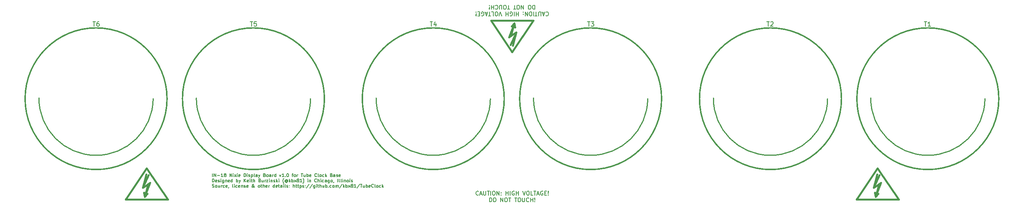
<source format=gbr>
G04 #@! TF.GenerationSoftware,KiCad,Pcbnew,(5.1.0-0)*
G04 #@! TF.CreationDate,2019-05-22T01:12:31-05:00*
G04 #@! TF.ProjectId,IN-18,494e2d31-382e-46b6-9963-61645f706362,rev?*
G04 #@! TF.SameCoordinates,Original*
G04 #@! TF.FileFunction,Legend,Top*
G04 #@! TF.FilePolarity,Positive*
%FSLAX46Y46*%
G04 Gerber Fmt 4.6, Leading zero omitted, Abs format (unit mm)*
G04 Created by KiCad (PCBNEW (5.1.0-0)) date 2019-05-22 01:12:31*
%MOMM*%
%LPD*%
G04 APERTURE LIST*
%ADD10C,0.152400*%
%ADD11C,0.127000*%
%ADD12C,0.254000*%
%ADD13C,0.381000*%
%ADD14C,0.150000*%
G04 APERTURE END LIST*
D10*
X156256566Y-79140050D02*
X156298900Y-79097716D01*
X156425900Y-79055383D01*
X156510566Y-79055383D01*
X156637566Y-79097716D01*
X156722233Y-79182383D01*
X156764566Y-79267050D01*
X156806900Y-79436383D01*
X156806900Y-79563383D01*
X156764566Y-79732716D01*
X156722233Y-79817383D01*
X156637566Y-79902050D01*
X156510566Y-79944383D01*
X156425900Y-79944383D01*
X156298900Y-79902050D01*
X156256566Y-79859716D01*
X155917900Y-79309383D02*
X155494566Y-79309383D01*
X156002566Y-79055383D02*
X155706233Y-79944383D01*
X155409900Y-79055383D01*
X155113566Y-79944383D02*
X155113566Y-79224716D01*
X155071233Y-79140050D01*
X155028900Y-79097716D01*
X154944233Y-79055383D01*
X154774900Y-79055383D01*
X154690233Y-79097716D01*
X154647900Y-79140050D01*
X154605566Y-79224716D01*
X154605566Y-79944383D01*
X154309233Y-79944383D02*
X153801233Y-79944383D01*
X154055233Y-79055383D02*
X154055233Y-79944383D01*
X153504900Y-79055383D02*
X153504900Y-79944383D01*
X152912233Y-79944383D02*
X152742900Y-79944383D01*
X152658233Y-79902050D01*
X152573566Y-79817383D01*
X152531233Y-79648050D01*
X152531233Y-79351716D01*
X152573566Y-79182383D01*
X152658233Y-79097716D01*
X152742900Y-79055383D01*
X152912233Y-79055383D01*
X152996900Y-79097716D01*
X153081566Y-79182383D01*
X153123900Y-79351716D01*
X153123900Y-79648050D01*
X153081566Y-79817383D01*
X152996900Y-79902050D01*
X152912233Y-79944383D01*
X152150233Y-79055383D02*
X152150233Y-79944383D01*
X151642233Y-79055383D01*
X151642233Y-79944383D01*
X151218900Y-79140050D02*
X151176566Y-79097716D01*
X151218900Y-79055383D01*
X151261233Y-79097716D01*
X151218900Y-79140050D01*
X151218900Y-79055383D01*
X151218900Y-79605716D02*
X151176566Y-79563383D01*
X151218900Y-79521050D01*
X151261233Y-79563383D01*
X151218900Y-79605716D01*
X151218900Y-79521050D01*
X150118233Y-79055383D02*
X150118233Y-79944383D01*
X150118233Y-79521050D02*
X149610233Y-79521050D01*
X149610233Y-79055383D02*
X149610233Y-79944383D01*
X149186900Y-79055383D02*
X149186900Y-79944383D01*
X148297900Y-79902050D02*
X148382566Y-79944383D01*
X148509566Y-79944383D01*
X148636566Y-79902050D01*
X148721233Y-79817383D01*
X148763566Y-79732716D01*
X148805900Y-79563383D01*
X148805900Y-79436383D01*
X148763566Y-79267050D01*
X148721233Y-79182383D01*
X148636566Y-79097716D01*
X148509566Y-79055383D01*
X148424900Y-79055383D01*
X148297900Y-79097716D01*
X148255566Y-79140050D01*
X148255566Y-79436383D01*
X148424900Y-79436383D01*
X147874566Y-79055383D02*
X147874566Y-79944383D01*
X147874566Y-79521050D02*
X147366566Y-79521050D01*
X147366566Y-79055383D02*
X147366566Y-79944383D01*
X146392900Y-79944383D02*
X146096566Y-79055383D01*
X145800233Y-79944383D01*
X145334566Y-79944383D02*
X145165233Y-79944383D01*
X145080566Y-79902050D01*
X144995900Y-79817383D01*
X144953566Y-79648050D01*
X144953566Y-79351716D01*
X144995900Y-79182383D01*
X145080566Y-79097716D01*
X145165233Y-79055383D01*
X145334566Y-79055383D01*
X145419233Y-79097716D01*
X145503900Y-79182383D01*
X145546233Y-79351716D01*
X145546233Y-79648050D01*
X145503900Y-79817383D01*
X145419233Y-79902050D01*
X145334566Y-79944383D01*
X144149233Y-79055383D02*
X144572566Y-79055383D01*
X144572566Y-79944383D01*
X143979900Y-79944383D02*
X143471900Y-79944383D01*
X143725900Y-79055383D02*
X143725900Y-79944383D01*
X143217900Y-79309383D02*
X142794566Y-79309383D01*
X143302566Y-79055383D02*
X143006233Y-79944383D01*
X142709900Y-79055383D01*
X141947900Y-79902050D02*
X142032566Y-79944383D01*
X142159566Y-79944383D01*
X142286566Y-79902050D01*
X142371233Y-79817383D01*
X142413566Y-79732716D01*
X142455900Y-79563383D01*
X142455900Y-79436383D01*
X142413566Y-79267050D01*
X142371233Y-79182383D01*
X142286566Y-79097716D01*
X142159566Y-79055383D01*
X142074900Y-79055383D01*
X141947900Y-79097716D01*
X141905566Y-79140050D01*
X141905566Y-79436383D01*
X142074900Y-79436383D01*
X141524566Y-79521050D02*
X141228233Y-79521050D01*
X141101233Y-79055383D02*
X141524566Y-79055383D01*
X141524566Y-79944383D01*
X141101233Y-79944383D01*
X140720233Y-79140050D02*
X140677900Y-79097716D01*
X140720233Y-79055383D01*
X140762566Y-79097716D01*
X140720233Y-79140050D01*
X140720233Y-79055383D01*
X140720233Y-79394050D02*
X140762566Y-79902050D01*
X140720233Y-79944383D01*
X140677900Y-79902050D01*
X140720233Y-79394050D01*
X140720233Y-79944383D01*
X153780066Y-77569483D02*
X153780066Y-78458483D01*
X153568400Y-78458483D01*
X153441400Y-78416150D01*
X153356733Y-78331483D01*
X153314400Y-78246816D01*
X153272066Y-78077483D01*
X153272066Y-77950483D01*
X153314400Y-77781150D01*
X153356733Y-77696483D01*
X153441400Y-77611816D01*
X153568400Y-77569483D01*
X153780066Y-77569483D01*
X152721733Y-78458483D02*
X152552400Y-78458483D01*
X152467733Y-78416150D01*
X152383066Y-78331483D01*
X152340733Y-78162150D01*
X152340733Y-77865816D01*
X152383066Y-77696483D01*
X152467733Y-77611816D01*
X152552400Y-77569483D01*
X152721733Y-77569483D01*
X152806400Y-77611816D01*
X152891066Y-77696483D01*
X152933400Y-77865816D01*
X152933400Y-78162150D01*
X152891066Y-78331483D01*
X152806400Y-78416150D01*
X152721733Y-78458483D01*
X151282400Y-77569483D02*
X151282400Y-78458483D01*
X150774400Y-77569483D01*
X150774400Y-78458483D01*
X150181733Y-78458483D02*
X150012400Y-78458483D01*
X149927733Y-78416150D01*
X149843066Y-78331483D01*
X149800733Y-78162150D01*
X149800733Y-77865816D01*
X149843066Y-77696483D01*
X149927733Y-77611816D01*
X150012400Y-77569483D01*
X150181733Y-77569483D01*
X150266400Y-77611816D01*
X150351066Y-77696483D01*
X150393400Y-77865816D01*
X150393400Y-78162150D01*
X150351066Y-78331483D01*
X150266400Y-78416150D01*
X150181733Y-78458483D01*
X149546733Y-78458483D02*
X149038733Y-78458483D01*
X149292733Y-77569483D02*
X149292733Y-78458483D01*
X148192066Y-78458483D02*
X147684066Y-78458483D01*
X147938066Y-77569483D02*
X147938066Y-78458483D01*
X147218400Y-78458483D02*
X147049066Y-78458483D01*
X146964400Y-78416150D01*
X146879733Y-78331483D01*
X146837400Y-78162150D01*
X146837400Y-77865816D01*
X146879733Y-77696483D01*
X146964400Y-77611816D01*
X147049066Y-77569483D01*
X147218400Y-77569483D01*
X147303066Y-77611816D01*
X147387733Y-77696483D01*
X147430066Y-77865816D01*
X147430066Y-78162150D01*
X147387733Y-78331483D01*
X147303066Y-78416150D01*
X147218400Y-78458483D01*
X146456400Y-78458483D02*
X146456400Y-77738816D01*
X146414066Y-77654150D01*
X146371733Y-77611816D01*
X146287066Y-77569483D01*
X146117733Y-77569483D01*
X146033066Y-77611816D01*
X145990733Y-77654150D01*
X145948400Y-77738816D01*
X145948400Y-78458483D01*
X145017066Y-77654150D02*
X145059400Y-77611816D01*
X145186400Y-77569483D01*
X145271066Y-77569483D01*
X145398066Y-77611816D01*
X145482733Y-77696483D01*
X145525066Y-77781150D01*
X145567400Y-77950483D01*
X145567400Y-78077483D01*
X145525066Y-78246816D01*
X145482733Y-78331483D01*
X145398066Y-78416150D01*
X145271066Y-78458483D01*
X145186400Y-78458483D01*
X145059400Y-78416150D01*
X145017066Y-78373816D01*
X144636066Y-77569483D02*
X144636066Y-78458483D01*
X144636066Y-78035150D02*
X144128066Y-78035150D01*
X144128066Y-77569483D02*
X144128066Y-78458483D01*
X143704733Y-77654150D02*
X143662400Y-77611816D01*
X143704733Y-77569483D01*
X143747066Y-77611816D01*
X143704733Y-77654150D01*
X143704733Y-77569483D01*
X143704733Y-77908150D02*
X143747066Y-78416150D01*
X143704733Y-78458483D01*
X143662400Y-78416150D01*
X143704733Y-77908150D01*
X143704733Y-78458483D01*
X141228233Y-119818150D02*
X141185900Y-119860483D01*
X141058900Y-119902816D01*
X140974233Y-119902816D01*
X140847233Y-119860483D01*
X140762566Y-119775816D01*
X140720233Y-119691150D01*
X140677900Y-119521816D01*
X140677900Y-119394816D01*
X140720233Y-119225483D01*
X140762566Y-119140816D01*
X140847233Y-119056150D01*
X140974233Y-119013816D01*
X141058900Y-119013816D01*
X141185900Y-119056150D01*
X141228233Y-119098483D01*
X141566900Y-119648816D02*
X141990233Y-119648816D01*
X141482233Y-119902816D02*
X141778566Y-119013816D01*
X142074900Y-119902816D01*
X142371233Y-119013816D02*
X142371233Y-119733483D01*
X142413566Y-119818150D01*
X142455900Y-119860483D01*
X142540566Y-119902816D01*
X142709900Y-119902816D01*
X142794566Y-119860483D01*
X142836900Y-119818150D01*
X142879233Y-119733483D01*
X142879233Y-119013816D01*
X143175566Y-119013816D02*
X143683566Y-119013816D01*
X143429566Y-119902816D02*
X143429566Y-119013816D01*
X143979900Y-119902816D02*
X143979900Y-119013816D01*
X144572566Y-119013816D02*
X144741900Y-119013816D01*
X144826566Y-119056150D01*
X144911233Y-119140816D01*
X144953566Y-119310150D01*
X144953566Y-119606483D01*
X144911233Y-119775816D01*
X144826566Y-119860483D01*
X144741900Y-119902816D01*
X144572566Y-119902816D01*
X144487900Y-119860483D01*
X144403233Y-119775816D01*
X144360900Y-119606483D01*
X144360900Y-119310150D01*
X144403233Y-119140816D01*
X144487900Y-119056150D01*
X144572566Y-119013816D01*
X145334566Y-119902816D02*
X145334566Y-119013816D01*
X145842566Y-119902816D01*
X145842566Y-119013816D01*
X146265900Y-119818150D02*
X146308233Y-119860483D01*
X146265900Y-119902816D01*
X146223566Y-119860483D01*
X146265900Y-119818150D01*
X146265900Y-119902816D01*
X146265900Y-119352483D02*
X146308233Y-119394816D01*
X146265900Y-119437150D01*
X146223566Y-119394816D01*
X146265900Y-119352483D01*
X146265900Y-119437150D01*
X147366566Y-119902816D02*
X147366566Y-119013816D01*
X147366566Y-119437150D02*
X147874566Y-119437150D01*
X147874566Y-119902816D02*
X147874566Y-119013816D01*
X148297900Y-119902816D02*
X148297900Y-119013816D01*
X149186900Y-119056150D02*
X149102233Y-119013816D01*
X148975233Y-119013816D01*
X148848233Y-119056150D01*
X148763566Y-119140816D01*
X148721233Y-119225483D01*
X148678900Y-119394816D01*
X148678900Y-119521816D01*
X148721233Y-119691150D01*
X148763566Y-119775816D01*
X148848233Y-119860483D01*
X148975233Y-119902816D01*
X149059900Y-119902816D01*
X149186900Y-119860483D01*
X149229233Y-119818150D01*
X149229233Y-119521816D01*
X149059900Y-119521816D01*
X149610233Y-119902816D02*
X149610233Y-119013816D01*
X149610233Y-119437150D02*
X150118233Y-119437150D01*
X150118233Y-119902816D02*
X150118233Y-119013816D01*
X151091900Y-119013816D02*
X151388233Y-119902816D01*
X151684566Y-119013816D01*
X152150233Y-119013816D02*
X152319566Y-119013816D01*
X152404233Y-119056150D01*
X152488900Y-119140816D01*
X152531233Y-119310150D01*
X152531233Y-119606483D01*
X152488900Y-119775816D01*
X152404233Y-119860483D01*
X152319566Y-119902816D01*
X152150233Y-119902816D01*
X152065566Y-119860483D01*
X151980900Y-119775816D01*
X151938566Y-119606483D01*
X151938566Y-119310150D01*
X151980900Y-119140816D01*
X152065566Y-119056150D01*
X152150233Y-119013816D01*
X153335566Y-119902816D02*
X152912233Y-119902816D01*
X152912233Y-119013816D01*
X153504900Y-119013816D02*
X154012900Y-119013816D01*
X153758900Y-119902816D02*
X153758900Y-119013816D01*
X154266900Y-119648816D02*
X154690233Y-119648816D01*
X154182233Y-119902816D02*
X154478566Y-119013816D01*
X154774900Y-119902816D01*
X155536900Y-119056150D02*
X155452233Y-119013816D01*
X155325233Y-119013816D01*
X155198233Y-119056150D01*
X155113566Y-119140816D01*
X155071233Y-119225483D01*
X155028900Y-119394816D01*
X155028900Y-119521816D01*
X155071233Y-119691150D01*
X155113566Y-119775816D01*
X155198233Y-119860483D01*
X155325233Y-119902816D01*
X155409900Y-119902816D01*
X155536900Y-119860483D01*
X155579233Y-119818150D01*
X155579233Y-119521816D01*
X155409900Y-119521816D01*
X155960233Y-119437150D02*
X156256566Y-119437150D01*
X156383566Y-119902816D02*
X155960233Y-119902816D01*
X155960233Y-119013816D01*
X156383566Y-119013816D01*
X156764566Y-119818150D02*
X156806900Y-119860483D01*
X156764566Y-119902816D01*
X156722233Y-119860483D01*
X156764566Y-119818150D01*
X156764566Y-119902816D01*
X156764566Y-119564150D02*
X156722233Y-119056150D01*
X156764566Y-119013816D01*
X156806900Y-119056150D01*
X156764566Y-119564150D01*
X156764566Y-119013816D01*
X143704733Y-121388716D02*
X143704733Y-120499716D01*
X143916400Y-120499716D01*
X144043400Y-120542050D01*
X144128066Y-120626716D01*
X144170400Y-120711383D01*
X144212733Y-120880716D01*
X144212733Y-121007716D01*
X144170400Y-121177050D01*
X144128066Y-121261716D01*
X144043400Y-121346383D01*
X143916400Y-121388716D01*
X143704733Y-121388716D01*
X144763066Y-120499716D02*
X144932400Y-120499716D01*
X145017066Y-120542050D01*
X145101733Y-120626716D01*
X145144066Y-120796050D01*
X145144066Y-121092383D01*
X145101733Y-121261716D01*
X145017066Y-121346383D01*
X144932400Y-121388716D01*
X144763066Y-121388716D01*
X144678400Y-121346383D01*
X144593733Y-121261716D01*
X144551400Y-121092383D01*
X144551400Y-120796050D01*
X144593733Y-120626716D01*
X144678400Y-120542050D01*
X144763066Y-120499716D01*
X146202400Y-121388716D02*
X146202400Y-120499716D01*
X146710400Y-121388716D01*
X146710400Y-120499716D01*
X147303066Y-120499716D02*
X147472400Y-120499716D01*
X147557066Y-120542050D01*
X147641733Y-120626716D01*
X147684066Y-120796050D01*
X147684066Y-121092383D01*
X147641733Y-121261716D01*
X147557066Y-121346383D01*
X147472400Y-121388716D01*
X147303066Y-121388716D01*
X147218400Y-121346383D01*
X147133733Y-121261716D01*
X147091400Y-121092383D01*
X147091400Y-120796050D01*
X147133733Y-120626716D01*
X147218400Y-120542050D01*
X147303066Y-120499716D01*
X147938066Y-120499716D02*
X148446066Y-120499716D01*
X148192066Y-121388716D02*
X148192066Y-120499716D01*
X149292733Y-120499716D02*
X149800733Y-120499716D01*
X149546733Y-121388716D02*
X149546733Y-120499716D01*
X150266400Y-120499716D02*
X150435733Y-120499716D01*
X150520400Y-120542050D01*
X150605066Y-120626716D01*
X150647400Y-120796050D01*
X150647400Y-121092383D01*
X150605066Y-121261716D01*
X150520400Y-121346383D01*
X150435733Y-121388716D01*
X150266400Y-121388716D01*
X150181733Y-121346383D01*
X150097066Y-121261716D01*
X150054733Y-121092383D01*
X150054733Y-120796050D01*
X150097066Y-120626716D01*
X150181733Y-120542050D01*
X150266400Y-120499716D01*
X151028400Y-120499716D02*
X151028400Y-121219383D01*
X151070733Y-121304050D01*
X151113066Y-121346383D01*
X151197733Y-121388716D01*
X151367066Y-121388716D01*
X151451733Y-121346383D01*
X151494066Y-121304050D01*
X151536400Y-121219383D01*
X151536400Y-120499716D01*
X152467733Y-121304050D02*
X152425400Y-121346383D01*
X152298400Y-121388716D01*
X152213733Y-121388716D01*
X152086733Y-121346383D01*
X152002066Y-121261716D01*
X151959733Y-121177050D01*
X151917400Y-121007716D01*
X151917400Y-120880716D01*
X151959733Y-120711383D01*
X152002066Y-120626716D01*
X152086733Y-120542050D01*
X152213733Y-120499716D01*
X152298400Y-120499716D01*
X152425400Y-120542050D01*
X152467733Y-120584383D01*
X152848733Y-121388716D02*
X152848733Y-120499716D01*
X152848733Y-120923050D02*
X153356733Y-120923050D01*
X153356733Y-121388716D02*
X153356733Y-120499716D01*
X153780066Y-121304050D02*
X153822400Y-121346383D01*
X153780066Y-121388716D01*
X153737733Y-121346383D01*
X153780066Y-121304050D01*
X153780066Y-121388716D01*
X153780066Y-121050050D02*
X153737733Y-120542050D01*
X153780066Y-120499716D01*
X153822400Y-120542050D01*
X153780066Y-121050050D01*
X153780066Y-120499716D01*
D11*
X82065283Y-115815533D02*
X82065283Y-115104333D01*
X82403950Y-115815533D02*
X82403950Y-115104333D01*
X82810350Y-115815533D01*
X82810350Y-115104333D01*
X83149016Y-115544600D02*
X83690883Y-115544600D01*
X84402083Y-115815533D02*
X83995683Y-115815533D01*
X84198883Y-115815533D02*
X84198883Y-115104333D01*
X84131150Y-115205933D01*
X84063416Y-115273666D01*
X83995683Y-115307533D01*
X84808483Y-115409133D02*
X84740750Y-115375266D01*
X84706883Y-115341400D01*
X84673016Y-115273666D01*
X84673016Y-115239800D01*
X84706883Y-115172066D01*
X84740750Y-115138200D01*
X84808483Y-115104333D01*
X84943950Y-115104333D01*
X85011683Y-115138200D01*
X85045550Y-115172066D01*
X85079416Y-115239800D01*
X85079416Y-115273666D01*
X85045550Y-115341400D01*
X85011683Y-115375266D01*
X84943950Y-115409133D01*
X84808483Y-115409133D01*
X84740750Y-115443000D01*
X84706883Y-115476866D01*
X84673016Y-115544600D01*
X84673016Y-115680066D01*
X84706883Y-115747800D01*
X84740750Y-115781666D01*
X84808483Y-115815533D01*
X84943950Y-115815533D01*
X85011683Y-115781666D01*
X85045550Y-115747800D01*
X85079416Y-115680066D01*
X85079416Y-115544600D01*
X85045550Y-115476866D01*
X85011683Y-115443000D01*
X84943950Y-115409133D01*
X85926083Y-115815533D02*
X85926083Y-115104333D01*
X86332483Y-115815533D01*
X86332483Y-115104333D01*
X86671150Y-115815533D02*
X86671150Y-115341400D01*
X86671150Y-115104333D02*
X86637283Y-115138200D01*
X86671150Y-115172066D01*
X86705016Y-115138200D01*
X86671150Y-115104333D01*
X86671150Y-115172066D01*
X86942083Y-115815533D02*
X87314616Y-115341400D01*
X86942083Y-115341400D02*
X87314616Y-115815533D01*
X87585550Y-115815533D02*
X87585550Y-115341400D01*
X87585550Y-115104333D02*
X87551683Y-115138200D01*
X87585550Y-115172066D01*
X87619416Y-115138200D01*
X87585550Y-115104333D01*
X87585550Y-115172066D01*
X88195150Y-115781666D02*
X88127416Y-115815533D01*
X87991950Y-115815533D01*
X87924216Y-115781666D01*
X87890350Y-115713933D01*
X87890350Y-115443000D01*
X87924216Y-115375266D01*
X87991950Y-115341400D01*
X88127416Y-115341400D01*
X88195150Y-115375266D01*
X88229016Y-115443000D01*
X88229016Y-115510733D01*
X87890350Y-115578466D01*
X89075683Y-115815533D02*
X89075683Y-115104333D01*
X89245016Y-115104333D01*
X89346616Y-115138200D01*
X89414350Y-115205933D01*
X89448216Y-115273666D01*
X89482083Y-115409133D01*
X89482083Y-115510733D01*
X89448216Y-115646200D01*
X89414350Y-115713933D01*
X89346616Y-115781666D01*
X89245016Y-115815533D01*
X89075683Y-115815533D01*
X89786883Y-115815533D02*
X89786883Y-115341400D01*
X89786883Y-115104333D02*
X89753016Y-115138200D01*
X89786883Y-115172066D01*
X89820750Y-115138200D01*
X89786883Y-115104333D01*
X89786883Y-115172066D01*
X90091683Y-115781666D02*
X90159416Y-115815533D01*
X90294883Y-115815533D01*
X90362616Y-115781666D01*
X90396483Y-115713933D01*
X90396483Y-115680066D01*
X90362616Y-115612333D01*
X90294883Y-115578466D01*
X90193283Y-115578466D01*
X90125550Y-115544600D01*
X90091683Y-115476866D01*
X90091683Y-115443000D01*
X90125550Y-115375266D01*
X90193283Y-115341400D01*
X90294883Y-115341400D01*
X90362616Y-115375266D01*
X90701283Y-115341400D02*
X90701283Y-116052600D01*
X90701283Y-115375266D02*
X90769016Y-115341400D01*
X90904483Y-115341400D01*
X90972216Y-115375266D01*
X91006083Y-115409133D01*
X91039950Y-115476866D01*
X91039950Y-115680066D01*
X91006083Y-115747800D01*
X90972216Y-115781666D01*
X90904483Y-115815533D01*
X90769016Y-115815533D01*
X90701283Y-115781666D01*
X91446350Y-115815533D02*
X91378616Y-115781666D01*
X91344750Y-115713933D01*
X91344750Y-115104333D01*
X92022083Y-115815533D02*
X92022083Y-115443000D01*
X91988216Y-115375266D01*
X91920483Y-115341400D01*
X91785016Y-115341400D01*
X91717283Y-115375266D01*
X92022083Y-115781666D02*
X91954350Y-115815533D01*
X91785016Y-115815533D01*
X91717283Y-115781666D01*
X91683416Y-115713933D01*
X91683416Y-115646200D01*
X91717283Y-115578466D01*
X91785016Y-115544600D01*
X91954350Y-115544600D01*
X92022083Y-115510733D01*
X92293016Y-115341400D02*
X92462350Y-115815533D01*
X92631683Y-115341400D02*
X92462350Y-115815533D01*
X92394616Y-115984866D01*
X92360750Y-116018733D01*
X92293016Y-116052600D01*
X93681550Y-115443000D02*
X93783150Y-115476866D01*
X93817016Y-115510733D01*
X93850883Y-115578466D01*
X93850883Y-115680066D01*
X93817016Y-115747800D01*
X93783150Y-115781666D01*
X93715416Y-115815533D01*
X93444483Y-115815533D01*
X93444483Y-115104333D01*
X93681550Y-115104333D01*
X93749283Y-115138200D01*
X93783150Y-115172066D01*
X93817016Y-115239800D01*
X93817016Y-115307533D01*
X93783150Y-115375266D01*
X93749283Y-115409133D01*
X93681550Y-115443000D01*
X93444483Y-115443000D01*
X94257283Y-115815533D02*
X94189550Y-115781666D01*
X94155683Y-115747800D01*
X94121816Y-115680066D01*
X94121816Y-115476866D01*
X94155683Y-115409133D01*
X94189550Y-115375266D01*
X94257283Y-115341400D01*
X94358883Y-115341400D01*
X94426616Y-115375266D01*
X94460483Y-115409133D01*
X94494350Y-115476866D01*
X94494350Y-115680066D01*
X94460483Y-115747800D01*
X94426616Y-115781666D01*
X94358883Y-115815533D01*
X94257283Y-115815533D01*
X95103950Y-115815533D02*
X95103950Y-115443000D01*
X95070083Y-115375266D01*
X95002350Y-115341400D01*
X94866883Y-115341400D01*
X94799150Y-115375266D01*
X95103950Y-115781666D02*
X95036216Y-115815533D01*
X94866883Y-115815533D01*
X94799150Y-115781666D01*
X94765283Y-115713933D01*
X94765283Y-115646200D01*
X94799150Y-115578466D01*
X94866883Y-115544600D01*
X95036216Y-115544600D01*
X95103950Y-115510733D01*
X95442616Y-115815533D02*
X95442616Y-115341400D01*
X95442616Y-115476866D02*
X95476483Y-115409133D01*
X95510350Y-115375266D01*
X95578083Y-115341400D01*
X95645816Y-115341400D01*
X96187683Y-115815533D02*
X96187683Y-115104333D01*
X96187683Y-115781666D02*
X96119950Y-115815533D01*
X95984483Y-115815533D01*
X95916750Y-115781666D01*
X95882883Y-115747800D01*
X95849016Y-115680066D01*
X95849016Y-115476866D01*
X95882883Y-115409133D01*
X95916750Y-115375266D01*
X95984483Y-115341400D01*
X96119950Y-115341400D01*
X96187683Y-115375266D01*
X97000483Y-115341400D02*
X97169816Y-115815533D01*
X97339150Y-115341400D01*
X97982616Y-115815533D02*
X97576216Y-115815533D01*
X97779416Y-115815533D02*
X97779416Y-115104333D01*
X97711683Y-115205933D01*
X97643950Y-115273666D01*
X97576216Y-115307533D01*
X98287416Y-115747800D02*
X98321283Y-115781666D01*
X98287416Y-115815533D01*
X98253550Y-115781666D01*
X98287416Y-115747800D01*
X98287416Y-115815533D01*
X98761550Y-115104333D02*
X98829283Y-115104333D01*
X98897016Y-115138200D01*
X98930883Y-115172066D01*
X98964750Y-115239800D01*
X98998616Y-115375266D01*
X98998616Y-115544600D01*
X98964750Y-115680066D01*
X98930883Y-115747800D01*
X98897016Y-115781666D01*
X98829283Y-115815533D01*
X98761550Y-115815533D01*
X98693816Y-115781666D01*
X98659950Y-115747800D01*
X98626083Y-115680066D01*
X98592216Y-115544600D01*
X98592216Y-115375266D01*
X98626083Y-115239800D01*
X98659950Y-115172066D01*
X98693816Y-115138200D01*
X98761550Y-115104333D01*
X99743683Y-115341400D02*
X100014616Y-115341400D01*
X99845283Y-115815533D02*
X99845283Y-115205933D01*
X99879150Y-115138200D01*
X99946883Y-115104333D01*
X100014616Y-115104333D01*
X100353283Y-115815533D02*
X100285550Y-115781666D01*
X100251683Y-115747800D01*
X100217816Y-115680066D01*
X100217816Y-115476866D01*
X100251683Y-115409133D01*
X100285550Y-115375266D01*
X100353283Y-115341400D01*
X100454883Y-115341400D01*
X100522616Y-115375266D01*
X100556483Y-115409133D01*
X100590350Y-115476866D01*
X100590350Y-115680066D01*
X100556483Y-115747800D01*
X100522616Y-115781666D01*
X100454883Y-115815533D01*
X100353283Y-115815533D01*
X100895150Y-115815533D02*
X100895150Y-115341400D01*
X100895150Y-115476866D02*
X100929016Y-115409133D01*
X100962883Y-115375266D01*
X101030616Y-115341400D01*
X101098350Y-115341400D01*
X101775683Y-115104333D02*
X102182083Y-115104333D01*
X101978883Y-115815533D02*
X101978883Y-115104333D01*
X102723950Y-115341400D02*
X102723950Y-115815533D01*
X102419150Y-115341400D02*
X102419150Y-115713933D01*
X102453016Y-115781666D01*
X102520750Y-115815533D01*
X102622350Y-115815533D01*
X102690083Y-115781666D01*
X102723950Y-115747800D01*
X103062616Y-115815533D02*
X103062616Y-115104333D01*
X103062616Y-115375266D02*
X103130350Y-115341400D01*
X103265816Y-115341400D01*
X103333550Y-115375266D01*
X103367416Y-115409133D01*
X103401283Y-115476866D01*
X103401283Y-115680066D01*
X103367416Y-115747800D01*
X103333550Y-115781666D01*
X103265816Y-115815533D01*
X103130350Y-115815533D01*
X103062616Y-115781666D01*
X103977016Y-115781666D02*
X103909283Y-115815533D01*
X103773816Y-115815533D01*
X103706083Y-115781666D01*
X103672216Y-115713933D01*
X103672216Y-115443000D01*
X103706083Y-115375266D01*
X103773816Y-115341400D01*
X103909283Y-115341400D01*
X103977016Y-115375266D01*
X104010883Y-115443000D01*
X104010883Y-115510733D01*
X103672216Y-115578466D01*
X105263950Y-115747800D02*
X105230083Y-115781666D01*
X105128483Y-115815533D01*
X105060750Y-115815533D01*
X104959150Y-115781666D01*
X104891416Y-115713933D01*
X104857550Y-115646200D01*
X104823683Y-115510733D01*
X104823683Y-115409133D01*
X104857550Y-115273666D01*
X104891416Y-115205933D01*
X104959150Y-115138200D01*
X105060750Y-115104333D01*
X105128483Y-115104333D01*
X105230083Y-115138200D01*
X105263950Y-115172066D01*
X105670350Y-115815533D02*
X105602616Y-115781666D01*
X105568750Y-115713933D01*
X105568750Y-115104333D01*
X106042883Y-115815533D02*
X105975150Y-115781666D01*
X105941283Y-115747800D01*
X105907416Y-115680066D01*
X105907416Y-115476866D01*
X105941283Y-115409133D01*
X105975150Y-115375266D01*
X106042883Y-115341400D01*
X106144483Y-115341400D01*
X106212216Y-115375266D01*
X106246083Y-115409133D01*
X106279950Y-115476866D01*
X106279950Y-115680066D01*
X106246083Y-115747800D01*
X106212216Y-115781666D01*
X106144483Y-115815533D01*
X106042883Y-115815533D01*
X106889550Y-115781666D02*
X106821816Y-115815533D01*
X106686350Y-115815533D01*
X106618616Y-115781666D01*
X106584750Y-115747800D01*
X106550883Y-115680066D01*
X106550883Y-115476866D01*
X106584750Y-115409133D01*
X106618616Y-115375266D01*
X106686350Y-115341400D01*
X106821816Y-115341400D01*
X106889550Y-115375266D01*
X107194350Y-115815533D02*
X107194350Y-115104333D01*
X107262083Y-115544600D02*
X107465283Y-115815533D01*
X107465283Y-115341400D02*
X107194350Y-115612333D01*
X108549016Y-115443000D02*
X108650616Y-115476866D01*
X108684483Y-115510733D01*
X108718350Y-115578466D01*
X108718350Y-115680066D01*
X108684483Y-115747800D01*
X108650616Y-115781666D01*
X108582883Y-115815533D01*
X108311950Y-115815533D01*
X108311950Y-115104333D01*
X108549016Y-115104333D01*
X108616750Y-115138200D01*
X108650616Y-115172066D01*
X108684483Y-115239800D01*
X108684483Y-115307533D01*
X108650616Y-115375266D01*
X108616750Y-115409133D01*
X108549016Y-115443000D01*
X108311950Y-115443000D01*
X109327950Y-115815533D02*
X109327950Y-115443000D01*
X109294083Y-115375266D01*
X109226350Y-115341400D01*
X109090883Y-115341400D01*
X109023150Y-115375266D01*
X109327950Y-115781666D02*
X109260216Y-115815533D01*
X109090883Y-115815533D01*
X109023150Y-115781666D01*
X108989283Y-115713933D01*
X108989283Y-115646200D01*
X109023150Y-115578466D01*
X109090883Y-115544600D01*
X109260216Y-115544600D01*
X109327950Y-115510733D01*
X109632750Y-115781666D02*
X109700483Y-115815533D01*
X109835950Y-115815533D01*
X109903683Y-115781666D01*
X109937550Y-115713933D01*
X109937550Y-115680066D01*
X109903683Y-115612333D01*
X109835950Y-115578466D01*
X109734350Y-115578466D01*
X109666616Y-115544600D01*
X109632750Y-115476866D01*
X109632750Y-115443000D01*
X109666616Y-115375266D01*
X109734350Y-115341400D01*
X109835950Y-115341400D01*
X109903683Y-115375266D01*
X110513283Y-115781666D02*
X110445550Y-115815533D01*
X110310083Y-115815533D01*
X110242350Y-115781666D01*
X110208483Y-115713933D01*
X110208483Y-115443000D01*
X110242350Y-115375266D01*
X110310083Y-115341400D01*
X110445550Y-115341400D01*
X110513283Y-115375266D01*
X110547150Y-115443000D01*
X110547150Y-115510733D01*
X110208483Y-115578466D01*
X82065283Y-117009333D02*
X82065283Y-116298133D01*
X82234616Y-116298133D01*
X82336216Y-116332000D01*
X82403950Y-116399733D01*
X82437816Y-116467466D01*
X82471683Y-116602933D01*
X82471683Y-116704533D01*
X82437816Y-116840000D01*
X82403950Y-116907733D01*
X82336216Y-116975466D01*
X82234616Y-117009333D01*
X82065283Y-117009333D01*
X83047416Y-116975466D02*
X82979683Y-117009333D01*
X82844216Y-117009333D01*
X82776483Y-116975466D01*
X82742616Y-116907733D01*
X82742616Y-116636800D01*
X82776483Y-116569066D01*
X82844216Y-116535200D01*
X82979683Y-116535200D01*
X83047416Y-116569066D01*
X83081283Y-116636800D01*
X83081283Y-116704533D01*
X82742616Y-116772266D01*
X83352216Y-116975466D02*
X83419950Y-117009333D01*
X83555416Y-117009333D01*
X83623150Y-116975466D01*
X83657016Y-116907733D01*
X83657016Y-116873866D01*
X83623150Y-116806133D01*
X83555416Y-116772266D01*
X83453816Y-116772266D01*
X83386083Y-116738400D01*
X83352216Y-116670666D01*
X83352216Y-116636800D01*
X83386083Y-116569066D01*
X83453816Y-116535200D01*
X83555416Y-116535200D01*
X83623150Y-116569066D01*
X83961816Y-117009333D02*
X83961816Y-116535200D01*
X83961816Y-116298133D02*
X83927950Y-116332000D01*
X83961816Y-116365866D01*
X83995683Y-116332000D01*
X83961816Y-116298133D01*
X83961816Y-116365866D01*
X84605283Y-116535200D02*
X84605283Y-117110933D01*
X84571416Y-117178666D01*
X84537550Y-117212533D01*
X84469816Y-117246400D01*
X84368216Y-117246400D01*
X84300483Y-117212533D01*
X84605283Y-116975466D02*
X84537550Y-117009333D01*
X84402083Y-117009333D01*
X84334350Y-116975466D01*
X84300483Y-116941600D01*
X84266616Y-116873866D01*
X84266616Y-116670666D01*
X84300483Y-116602933D01*
X84334350Y-116569066D01*
X84402083Y-116535200D01*
X84537550Y-116535200D01*
X84605283Y-116569066D01*
X84943950Y-116535200D02*
X84943950Y-117009333D01*
X84943950Y-116602933D02*
X84977816Y-116569066D01*
X85045550Y-116535200D01*
X85147150Y-116535200D01*
X85214883Y-116569066D01*
X85248750Y-116636800D01*
X85248750Y-117009333D01*
X85858350Y-116975466D02*
X85790616Y-117009333D01*
X85655150Y-117009333D01*
X85587416Y-116975466D01*
X85553550Y-116907733D01*
X85553550Y-116636800D01*
X85587416Y-116569066D01*
X85655150Y-116535200D01*
X85790616Y-116535200D01*
X85858350Y-116569066D01*
X85892216Y-116636800D01*
X85892216Y-116704533D01*
X85553550Y-116772266D01*
X86501816Y-117009333D02*
X86501816Y-116298133D01*
X86501816Y-116975466D02*
X86434083Y-117009333D01*
X86298616Y-117009333D01*
X86230883Y-116975466D01*
X86197016Y-116941600D01*
X86163150Y-116873866D01*
X86163150Y-116670666D01*
X86197016Y-116602933D01*
X86230883Y-116569066D01*
X86298616Y-116535200D01*
X86434083Y-116535200D01*
X86501816Y-116569066D01*
X87382350Y-117009333D02*
X87382350Y-116298133D01*
X87382350Y-116569066D02*
X87450083Y-116535200D01*
X87585550Y-116535200D01*
X87653283Y-116569066D01*
X87687150Y-116602933D01*
X87721016Y-116670666D01*
X87721016Y-116873866D01*
X87687150Y-116941600D01*
X87653283Y-116975466D01*
X87585550Y-117009333D01*
X87450083Y-117009333D01*
X87382350Y-116975466D01*
X87958083Y-116535200D02*
X88127416Y-117009333D01*
X88296750Y-116535200D02*
X88127416Y-117009333D01*
X88059683Y-117178666D01*
X88025816Y-117212533D01*
X87958083Y-117246400D01*
X89109550Y-117009333D02*
X89109550Y-116298133D01*
X89515950Y-117009333D02*
X89211150Y-116602933D01*
X89515950Y-116298133D02*
X89109550Y-116704533D01*
X90091683Y-116975466D02*
X90023950Y-117009333D01*
X89888483Y-117009333D01*
X89820750Y-116975466D01*
X89786883Y-116907733D01*
X89786883Y-116636800D01*
X89820750Y-116569066D01*
X89888483Y-116535200D01*
X90023950Y-116535200D01*
X90091683Y-116569066D01*
X90125550Y-116636800D01*
X90125550Y-116704533D01*
X89786883Y-116772266D01*
X90430350Y-117009333D02*
X90430350Y-116535200D01*
X90430350Y-116298133D02*
X90396483Y-116332000D01*
X90430350Y-116365866D01*
X90464216Y-116332000D01*
X90430350Y-116298133D01*
X90430350Y-116365866D01*
X90667416Y-116535200D02*
X90938350Y-116535200D01*
X90769016Y-116298133D02*
X90769016Y-116907733D01*
X90802883Y-116975466D01*
X90870616Y-117009333D01*
X90938350Y-117009333D01*
X91175416Y-117009333D02*
X91175416Y-116298133D01*
X91480216Y-117009333D02*
X91480216Y-116636800D01*
X91446350Y-116569066D01*
X91378616Y-116535200D01*
X91277016Y-116535200D01*
X91209283Y-116569066D01*
X91175416Y-116602933D01*
X92597816Y-116636800D02*
X92699416Y-116670666D01*
X92733283Y-116704533D01*
X92767150Y-116772266D01*
X92767150Y-116873866D01*
X92733283Y-116941600D01*
X92699416Y-116975466D01*
X92631683Y-117009333D01*
X92360750Y-117009333D01*
X92360750Y-116298133D01*
X92597816Y-116298133D01*
X92665550Y-116332000D01*
X92699416Y-116365866D01*
X92733283Y-116433600D01*
X92733283Y-116501333D01*
X92699416Y-116569066D01*
X92665550Y-116602933D01*
X92597816Y-116636800D01*
X92360750Y-116636800D01*
X93376750Y-116535200D02*
X93376750Y-117009333D01*
X93071950Y-116535200D02*
X93071950Y-116907733D01*
X93105816Y-116975466D01*
X93173550Y-117009333D01*
X93275150Y-117009333D01*
X93342883Y-116975466D01*
X93376750Y-116941600D01*
X93715416Y-117009333D02*
X93715416Y-116535200D01*
X93715416Y-116670666D02*
X93749283Y-116602933D01*
X93783150Y-116569066D01*
X93850883Y-116535200D01*
X93918616Y-116535200D01*
X94087950Y-116535200D02*
X94460483Y-116535200D01*
X94087950Y-117009333D01*
X94460483Y-117009333D01*
X94731416Y-117009333D02*
X94731416Y-116535200D01*
X94731416Y-116298133D02*
X94697550Y-116332000D01*
X94731416Y-116365866D01*
X94765283Y-116332000D01*
X94731416Y-116298133D01*
X94731416Y-116365866D01*
X95070083Y-116535200D02*
X95070083Y-117009333D01*
X95070083Y-116602933D02*
X95103950Y-116569066D01*
X95171683Y-116535200D01*
X95273283Y-116535200D01*
X95341016Y-116569066D01*
X95374883Y-116636800D01*
X95374883Y-117009333D01*
X95679683Y-116975466D02*
X95747416Y-117009333D01*
X95882883Y-117009333D01*
X95950616Y-116975466D01*
X95984483Y-116907733D01*
X95984483Y-116873866D01*
X95950616Y-116806133D01*
X95882883Y-116772266D01*
X95781283Y-116772266D01*
X95713550Y-116738400D01*
X95679683Y-116670666D01*
X95679683Y-116636800D01*
X95713550Y-116569066D01*
X95781283Y-116535200D01*
X95882883Y-116535200D01*
X95950616Y-116569066D01*
X96289283Y-117009333D02*
X96289283Y-116298133D01*
X96357016Y-116738400D02*
X96560216Y-117009333D01*
X96560216Y-116535200D02*
X96289283Y-116806133D01*
X96865016Y-117009333D02*
X96865016Y-116535200D01*
X96865016Y-116298133D02*
X96831150Y-116332000D01*
X96865016Y-116365866D01*
X96898883Y-116332000D01*
X96865016Y-116298133D01*
X96865016Y-116365866D01*
X97948750Y-117280266D02*
X97914883Y-117246400D01*
X97847150Y-117144800D01*
X97813283Y-117077066D01*
X97779416Y-116975466D01*
X97745550Y-116806133D01*
X97745550Y-116670666D01*
X97779416Y-116501333D01*
X97813283Y-116399733D01*
X97847150Y-116332000D01*
X97914883Y-116230400D01*
X97948750Y-116196533D01*
X98659950Y-116670666D02*
X98626083Y-116636800D01*
X98558350Y-116602933D01*
X98490616Y-116602933D01*
X98422883Y-116636800D01*
X98389016Y-116670666D01*
X98355150Y-116738400D01*
X98355150Y-116806133D01*
X98389016Y-116873866D01*
X98422883Y-116907733D01*
X98490616Y-116941600D01*
X98558350Y-116941600D01*
X98626083Y-116907733D01*
X98659950Y-116873866D01*
X98659950Y-116602933D02*
X98659950Y-116873866D01*
X98693816Y-116907733D01*
X98727683Y-116907733D01*
X98795416Y-116873866D01*
X98829283Y-116806133D01*
X98829283Y-116636800D01*
X98761550Y-116535200D01*
X98659950Y-116467466D01*
X98524483Y-116433600D01*
X98389016Y-116467466D01*
X98287416Y-116535200D01*
X98219683Y-116636800D01*
X98185816Y-116772266D01*
X98219683Y-116907733D01*
X98287416Y-117009333D01*
X98389016Y-117077066D01*
X98524483Y-117110933D01*
X98659950Y-117077066D01*
X98761550Y-117009333D01*
X99134083Y-117009333D02*
X99134083Y-116298133D01*
X99201816Y-116738400D02*
X99405016Y-117009333D01*
X99405016Y-116535200D02*
X99134083Y-116806133D01*
X99709816Y-117009333D02*
X99709816Y-116298133D01*
X99709816Y-116569066D02*
X99777550Y-116535200D01*
X99913016Y-116535200D01*
X99980750Y-116569066D01*
X100014616Y-116602933D01*
X100048483Y-116670666D01*
X100048483Y-116873866D01*
X100014616Y-116941600D01*
X99980750Y-116975466D01*
X99913016Y-117009333D01*
X99777550Y-117009333D01*
X99709816Y-116975466D01*
X100285550Y-117009333D02*
X100658083Y-116535200D01*
X100285550Y-116535200D02*
X100658083Y-117009333D01*
X101030616Y-116602933D02*
X100962883Y-116569066D01*
X100929016Y-116535200D01*
X100895150Y-116467466D01*
X100895150Y-116433600D01*
X100929016Y-116365866D01*
X100962883Y-116332000D01*
X101030616Y-116298133D01*
X101166083Y-116298133D01*
X101233816Y-116332000D01*
X101267683Y-116365866D01*
X101301550Y-116433600D01*
X101301550Y-116467466D01*
X101267683Y-116535200D01*
X101233816Y-116569066D01*
X101166083Y-116602933D01*
X101030616Y-116602933D01*
X100962883Y-116636800D01*
X100929016Y-116670666D01*
X100895150Y-116738400D01*
X100895150Y-116873866D01*
X100929016Y-116941600D01*
X100962883Y-116975466D01*
X101030616Y-117009333D01*
X101166083Y-117009333D01*
X101233816Y-116975466D01*
X101267683Y-116941600D01*
X101301550Y-116873866D01*
X101301550Y-116738400D01*
X101267683Y-116670666D01*
X101233816Y-116636800D01*
X101166083Y-116602933D01*
X101978883Y-117009333D02*
X101572483Y-117009333D01*
X101775683Y-117009333D02*
X101775683Y-116298133D01*
X101707950Y-116399733D01*
X101640216Y-116467466D01*
X101572483Y-116501333D01*
X102215950Y-117280266D02*
X102249816Y-117246400D01*
X102317550Y-117144800D01*
X102351416Y-117077066D01*
X102385283Y-116975466D01*
X102419150Y-116806133D01*
X102419150Y-116670666D01*
X102385283Y-116501333D01*
X102351416Y-116399733D01*
X102317550Y-116332000D01*
X102249816Y-116230400D01*
X102215950Y-116196533D01*
X103299683Y-117009333D02*
X103299683Y-116535200D01*
X103299683Y-116298133D02*
X103265816Y-116332000D01*
X103299683Y-116365866D01*
X103333550Y-116332000D01*
X103299683Y-116298133D01*
X103299683Y-116365866D01*
X103638350Y-116535200D02*
X103638350Y-117009333D01*
X103638350Y-116602933D02*
X103672216Y-116569066D01*
X103739950Y-116535200D01*
X103841550Y-116535200D01*
X103909283Y-116569066D01*
X103943150Y-116636800D01*
X103943150Y-117009333D01*
X105230083Y-116941600D02*
X105196216Y-116975466D01*
X105094616Y-117009333D01*
X105026883Y-117009333D01*
X104925283Y-116975466D01*
X104857550Y-116907733D01*
X104823683Y-116840000D01*
X104789816Y-116704533D01*
X104789816Y-116602933D01*
X104823683Y-116467466D01*
X104857550Y-116399733D01*
X104925283Y-116332000D01*
X105026883Y-116298133D01*
X105094616Y-116298133D01*
X105196216Y-116332000D01*
X105230083Y-116365866D01*
X105534883Y-117009333D02*
X105534883Y-116298133D01*
X105839683Y-117009333D02*
X105839683Y-116636800D01*
X105805816Y-116569066D01*
X105738083Y-116535200D01*
X105636483Y-116535200D01*
X105568750Y-116569066D01*
X105534883Y-116602933D01*
X106178350Y-117009333D02*
X106178350Y-116535200D01*
X106178350Y-116298133D02*
X106144483Y-116332000D01*
X106178350Y-116365866D01*
X106212216Y-116332000D01*
X106178350Y-116298133D01*
X106178350Y-116365866D01*
X106821816Y-116975466D02*
X106754083Y-117009333D01*
X106618616Y-117009333D01*
X106550883Y-116975466D01*
X106517016Y-116941600D01*
X106483150Y-116873866D01*
X106483150Y-116670666D01*
X106517016Y-116602933D01*
X106550883Y-116569066D01*
X106618616Y-116535200D01*
X106754083Y-116535200D01*
X106821816Y-116569066D01*
X107431416Y-117009333D02*
X107431416Y-116636800D01*
X107397550Y-116569066D01*
X107329816Y-116535200D01*
X107194350Y-116535200D01*
X107126616Y-116569066D01*
X107431416Y-116975466D02*
X107363683Y-117009333D01*
X107194350Y-117009333D01*
X107126616Y-116975466D01*
X107092750Y-116907733D01*
X107092750Y-116840000D01*
X107126616Y-116772266D01*
X107194350Y-116738400D01*
X107363683Y-116738400D01*
X107431416Y-116704533D01*
X108074883Y-116535200D02*
X108074883Y-117110933D01*
X108041016Y-117178666D01*
X108007150Y-117212533D01*
X107939416Y-117246400D01*
X107837816Y-117246400D01*
X107770083Y-117212533D01*
X108074883Y-116975466D02*
X108007150Y-117009333D01*
X107871683Y-117009333D01*
X107803950Y-116975466D01*
X107770083Y-116941600D01*
X107736216Y-116873866D01*
X107736216Y-116670666D01*
X107770083Y-116602933D01*
X107803950Y-116569066D01*
X107871683Y-116535200D01*
X108007150Y-116535200D01*
X108074883Y-116569066D01*
X108515150Y-117009333D02*
X108447416Y-116975466D01*
X108413550Y-116941600D01*
X108379683Y-116873866D01*
X108379683Y-116670666D01*
X108413550Y-116602933D01*
X108447416Y-116569066D01*
X108515150Y-116535200D01*
X108616750Y-116535200D01*
X108684483Y-116569066D01*
X108718350Y-116602933D01*
X108752216Y-116670666D01*
X108752216Y-116873866D01*
X108718350Y-116941600D01*
X108684483Y-116975466D01*
X108616750Y-117009333D01*
X108515150Y-117009333D01*
X109090883Y-116975466D02*
X109090883Y-117009333D01*
X109057016Y-117077066D01*
X109023150Y-117110933D01*
X109937550Y-117009333D02*
X109937550Y-116298133D01*
X110377816Y-117009333D02*
X110310083Y-116975466D01*
X110276216Y-116907733D01*
X110276216Y-116298133D01*
X110750350Y-117009333D02*
X110682616Y-116975466D01*
X110648750Y-116907733D01*
X110648750Y-116298133D01*
X111021283Y-117009333D02*
X111021283Y-116535200D01*
X111021283Y-116298133D02*
X110987416Y-116332000D01*
X111021283Y-116365866D01*
X111055150Y-116332000D01*
X111021283Y-116298133D01*
X111021283Y-116365866D01*
X111359950Y-116535200D02*
X111359950Y-117009333D01*
X111359950Y-116602933D02*
X111393816Y-116569066D01*
X111461550Y-116535200D01*
X111563150Y-116535200D01*
X111630883Y-116569066D01*
X111664750Y-116636800D01*
X111664750Y-117009333D01*
X112105016Y-117009333D02*
X112037283Y-116975466D01*
X112003416Y-116941600D01*
X111969550Y-116873866D01*
X111969550Y-116670666D01*
X112003416Y-116602933D01*
X112037283Y-116569066D01*
X112105016Y-116535200D01*
X112206616Y-116535200D01*
X112274350Y-116569066D01*
X112308216Y-116602933D01*
X112342083Y-116670666D01*
X112342083Y-116873866D01*
X112308216Y-116941600D01*
X112274350Y-116975466D01*
X112206616Y-117009333D01*
X112105016Y-117009333D01*
X112646883Y-117009333D02*
X112646883Y-116535200D01*
X112646883Y-116298133D02*
X112613016Y-116332000D01*
X112646883Y-116365866D01*
X112680750Y-116332000D01*
X112646883Y-116298133D01*
X112646883Y-116365866D01*
X112951683Y-116975466D02*
X113019416Y-117009333D01*
X113154883Y-117009333D01*
X113222616Y-116975466D01*
X113256483Y-116907733D01*
X113256483Y-116873866D01*
X113222616Y-116806133D01*
X113154883Y-116772266D01*
X113053283Y-116772266D01*
X112985550Y-116738400D01*
X112951683Y-116670666D01*
X112951683Y-116636800D01*
X112985550Y-116569066D01*
X113053283Y-116535200D01*
X113154883Y-116535200D01*
X113222616Y-116569066D01*
X82031416Y-118169266D02*
X82133016Y-118203133D01*
X82302350Y-118203133D01*
X82370083Y-118169266D01*
X82403950Y-118135400D01*
X82437816Y-118067666D01*
X82437816Y-117999933D01*
X82403950Y-117932200D01*
X82370083Y-117898333D01*
X82302350Y-117864466D01*
X82166883Y-117830600D01*
X82099150Y-117796733D01*
X82065283Y-117762866D01*
X82031416Y-117695133D01*
X82031416Y-117627400D01*
X82065283Y-117559666D01*
X82099150Y-117525800D01*
X82166883Y-117491933D01*
X82336216Y-117491933D01*
X82437816Y-117525800D01*
X82844216Y-118203133D02*
X82776483Y-118169266D01*
X82742616Y-118135400D01*
X82708750Y-118067666D01*
X82708750Y-117864466D01*
X82742616Y-117796733D01*
X82776483Y-117762866D01*
X82844216Y-117729000D01*
X82945816Y-117729000D01*
X83013550Y-117762866D01*
X83047416Y-117796733D01*
X83081283Y-117864466D01*
X83081283Y-118067666D01*
X83047416Y-118135400D01*
X83013550Y-118169266D01*
X82945816Y-118203133D01*
X82844216Y-118203133D01*
X83690883Y-117729000D02*
X83690883Y-118203133D01*
X83386083Y-117729000D02*
X83386083Y-118101533D01*
X83419950Y-118169266D01*
X83487683Y-118203133D01*
X83589283Y-118203133D01*
X83657016Y-118169266D01*
X83690883Y-118135400D01*
X84029550Y-118203133D02*
X84029550Y-117729000D01*
X84029550Y-117864466D02*
X84063416Y-117796733D01*
X84097283Y-117762866D01*
X84165016Y-117729000D01*
X84232750Y-117729000D01*
X84774616Y-118169266D02*
X84706883Y-118203133D01*
X84571416Y-118203133D01*
X84503683Y-118169266D01*
X84469816Y-118135400D01*
X84435950Y-118067666D01*
X84435950Y-117864466D01*
X84469816Y-117796733D01*
X84503683Y-117762866D01*
X84571416Y-117729000D01*
X84706883Y-117729000D01*
X84774616Y-117762866D01*
X85350350Y-118169266D02*
X85282616Y-118203133D01*
X85147150Y-118203133D01*
X85079416Y-118169266D01*
X85045550Y-118101533D01*
X85045550Y-117830600D01*
X85079416Y-117762866D01*
X85147150Y-117729000D01*
X85282616Y-117729000D01*
X85350350Y-117762866D01*
X85384216Y-117830600D01*
X85384216Y-117898333D01*
X85045550Y-117966066D01*
X85722883Y-118169266D02*
X85722883Y-118203133D01*
X85689016Y-118270866D01*
X85655150Y-118304733D01*
X86671150Y-118203133D02*
X86603416Y-118169266D01*
X86569550Y-118101533D01*
X86569550Y-117491933D01*
X86942083Y-118203133D02*
X86942083Y-117729000D01*
X86942083Y-117491933D02*
X86908216Y-117525800D01*
X86942083Y-117559666D01*
X86975950Y-117525800D01*
X86942083Y-117491933D01*
X86942083Y-117559666D01*
X87585550Y-118169266D02*
X87517816Y-118203133D01*
X87382350Y-118203133D01*
X87314616Y-118169266D01*
X87280750Y-118135400D01*
X87246883Y-118067666D01*
X87246883Y-117864466D01*
X87280750Y-117796733D01*
X87314616Y-117762866D01*
X87382350Y-117729000D01*
X87517816Y-117729000D01*
X87585550Y-117762866D01*
X88161283Y-118169266D02*
X88093550Y-118203133D01*
X87958083Y-118203133D01*
X87890350Y-118169266D01*
X87856483Y-118101533D01*
X87856483Y-117830600D01*
X87890350Y-117762866D01*
X87958083Y-117729000D01*
X88093550Y-117729000D01*
X88161283Y-117762866D01*
X88195150Y-117830600D01*
X88195150Y-117898333D01*
X87856483Y-117966066D01*
X88499950Y-117729000D02*
X88499950Y-118203133D01*
X88499950Y-117796733D02*
X88533816Y-117762866D01*
X88601550Y-117729000D01*
X88703150Y-117729000D01*
X88770883Y-117762866D01*
X88804750Y-117830600D01*
X88804750Y-118203133D01*
X89109550Y-118169266D02*
X89177283Y-118203133D01*
X89312750Y-118203133D01*
X89380483Y-118169266D01*
X89414350Y-118101533D01*
X89414350Y-118067666D01*
X89380483Y-117999933D01*
X89312750Y-117966066D01*
X89211150Y-117966066D01*
X89143416Y-117932200D01*
X89109550Y-117864466D01*
X89109550Y-117830600D01*
X89143416Y-117762866D01*
X89211150Y-117729000D01*
X89312750Y-117729000D01*
X89380483Y-117762866D01*
X89990083Y-118169266D02*
X89922350Y-118203133D01*
X89786883Y-118203133D01*
X89719150Y-118169266D01*
X89685283Y-118101533D01*
X89685283Y-117830600D01*
X89719150Y-117762866D01*
X89786883Y-117729000D01*
X89922350Y-117729000D01*
X89990083Y-117762866D01*
X90023950Y-117830600D01*
X90023950Y-117898333D01*
X89685283Y-117966066D01*
X91446350Y-118203133D02*
X91412483Y-118203133D01*
X91344750Y-118169266D01*
X91243150Y-118067666D01*
X91073816Y-117864466D01*
X91006083Y-117762866D01*
X90972216Y-117661266D01*
X90972216Y-117593533D01*
X91006083Y-117525800D01*
X91073816Y-117491933D01*
X91107683Y-117491933D01*
X91175416Y-117525800D01*
X91209283Y-117593533D01*
X91209283Y-117627400D01*
X91175416Y-117695133D01*
X91141550Y-117729000D01*
X90938350Y-117864466D01*
X90904483Y-117898333D01*
X90870616Y-117966066D01*
X90870616Y-118067666D01*
X90904483Y-118135400D01*
X90938350Y-118169266D01*
X91006083Y-118203133D01*
X91107683Y-118203133D01*
X91175416Y-118169266D01*
X91209283Y-118135400D01*
X91310883Y-117999933D01*
X91344750Y-117898333D01*
X91344750Y-117830600D01*
X92394616Y-118203133D02*
X92326883Y-118169266D01*
X92293016Y-118135400D01*
X92259150Y-118067666D01*
X92259150Y-117864466D01*
X92293016Y-117796733D01*
X92326883Y-117762866D01*
X92394616Y-117729000D01*
X92496216Y-117729000D01*
X92563950Y-117762866D01*
X92597816Y-117796733D01*
X92631683Y-117864466D01*
X92631683Y-118067666D01*
X92597816Y-118135400D01*
X92563950Y-118169266D01*
X92496216Y-118203133D01*
X92394616Y-118203133D01*
X92834883Y-117729000D02*
X93105816Y-117729000D01*
X92936483Y-117491933D02*
X92936483Y-118101533D01*
X92970350Y-118169266D01*
X93038083Y-118203133D01*
X93105816Y-118203133D01*
X93342883Y-118203133D02*
X93342883Y-117491933D01*
X93647683Y-118203133D02*
X93647683Y-117830600D01*
X93613816Y-117762866D01*
X93546083Y-117729000D01*
X93444483Y-117729000D01*
X93376750Y-117762866D01*
X93342883Y-117796733D01*
X94257283Y-118169266D02*
X94189550Y-118203133D01*
X94054083Y-118203133D01*
X93986350Y-118169266D01*
X93952483Y-118101533D01*
X93952483Y-117830600D01*
X93986350Y-117762866D01*
X94054083Y-117729000D01*
X94189550Y-117729000D01*
X94257283Y-117762866D01*
X94291150Y-117830600D01*
X94291150Y-117898333D01*
X93952483Y-117966066D01*
X94595950Y-118203133D02*
X94595950Y-117729000D01*
X94595950Y-117864466D02*
X94629816Y-117796733D01*
X94663683Y-117762866D01*
X94731416Y-117729000D01*
X94799150Y-117729000D01*
X95882883Y-118203133D02*
X95882883Y-117491933D01*
X95882883Y-118169266D02*
X95815150Y-118203133D01*
X95679683Y-118203133D01*
X95611950Y-118169266D01*
X95578083Y-118135400D01*
X95544216Y-118067666D01*
X95544216Y-117864466D01*
X95578083Y-117796733D01*
X95611950Y-117762866D01*
X95679683Y-117729000D01*
X95815150Y-117729000D01*
X95882883Y-117762866D01*
X96492483Y-118169266D02*
X96424750Y-118203133D01*
X96289283Y-118203133D01*
X96221550Y-118169266D01*
X96187683Y-118101533D01*
X96187683Y-117830600D01*
X96221550Y-117762866D01*
X96289283Y-117729000D01*
X96424750Y-117729000D01*
X96492483Y-117762866D01*
X96526350Y-117830600D01*
X96526350Y-117898333D01*
X96187683Y-117966066D01*
X96729550Y-117729000D02*
X97000483Y-117729000D01*
X96831150Y-117491933D02*
X96831150Y-118101533D01*
X96865016Y-118169266D01*
X96932750Y-118203133D01*
X97000483Y-118203133D01*
X97542350Y-118203133D02*
X97542350Y-117830600D01*
X97508483Y-117762866D01*
X97440750Y-117729000D01*
X97305283Y-117729000D01*
X97237550Y-117762866D01*
X97542350Y-118169266D02*
X97474616Y-118203133D01*
X97305283Y-118203133D01*
X97237550Y-118169266D01*
X97203683Y-118101533D01*
X97203683Y-118033800D01*
X97237550Y-117966066D01*
X97305283Y-117932200D01*
X97474616Y-117932200D01*
X97542350Y-117898333D01*
X97881016Y-118203133D02*
X97881016Y-117729000D01*
X97881016Y-117491933D02*
X97847150Y-117525800D01*
X97881016Y-117559666D01*
X97914883Y-117525800D01*
X97881016Y-117491933D01*
X97881016Y-117559666D01*
X98321283Y-118203133D02*
X98253550Y-118169266D01*
X98219683Y-118101533D01*
X98219683Y-117491933D01*
X98558350Y-118169266D02*
X98626083Y-118203133D01*
X98761550Y-118203133D01*
X98829283Y-118169266D01*
X98863150Y-118101533D01*
X98863150Y-118067666D01*
X98829283Y-117999933D01*
X98761550Y-117966066D01*
X98659950Y-117966066D01*
X98592216Y-117932200D01*
X98558350Y-117864466D01*
X98558350Y-117830600D01*
X98592216Y-117762866D01*
X98659950Y-117729000D01*
X98761550Y-117729000D01*
X98829283Y-117762866D01*
X99167950Y-118135400D02*
X99201816Y-118169266D01*
X99167950Y-118203133D01*
X99134083Y-118169266D01*
X99167950Y-118135400D01*
X99167950Y-118203133D01*
X99167950Y-117762866D02*
X99201816Y-117796733D01*
X99167950Y-117830600D01*
X99134083Y-117796733D01*
X99167950Y-117762866D01*
X99167950Y-117830600D01*
X100048483Y-118203133D02*
X100048483Y-117491933D01*
X100353283Y-118203133D02*
X100353283Y-117830600D01*
X100319416Y-117762866D01*
X100251683Y-117729000D01*
X100150083Y-117729000D01*
X100082350Y-117762866D01*
X100048483Y-117796733D01*
X100590350Y-117729000D02*
X100861283Y-117729000D01*
X100691950Y-117491933D02*
X100691950Y-118101533D01*
X100725816Y-118169266D01*
X100793550Y-118203133D01*
X100861283Y-118203133D01*
X100996750Y-117729000D02*
X101267683Y-117729000D01*
X101098350Y-117491933D02*
X101098350Y-118101533D01*
X101132216Y-118169266D01*
X101199950Y-118203133D01*
X101267683Y-118203133D01*
X101504750Y-117729000D02*
X101504750Y-118440200D01*
X101504750Y-117762866D02*
X101572483Y-117729000D01*
X101707950Y-117729000D01*
X101775683Y-117762866D01*
X101809550Y-117796733D01*
X101843416Y-117864466D01*
X101843416Y-118067666D01*
X101809550Y-118135400D01*
X101775683Y-118169266D01*
X101707950Y-118203133D01*
X101572483Y-118203133D01*
X101504750Y-118169266D01*
X102114350Y-118169266D02*
X102182083Y-118203133D01*
X102317550Y-118203133D01*
X102385283Y-118169266D01*
X102419150Y-118101533D01*
X102419150Y-118067666D01*
X102385283Y-117999933D01*
X102317550Y-117966066D01*
X102215950Y-117966066D01*
X102148216Y-117932200D01*
X102114350Y-117864466D01*
X102114350Y-117830600D01*
X102148216Y-117762866D01*
X102215950Y-117729000D01*
X102317550Y-117729000D01*
X102385283Y-117762866D01*
X102723950Y-118135400D02*
X102757816Y-118169266D01*
X102723950Y-118203133D01*
X102690083Y-118169266D01*
X102723950Y-118135400D01*
X102723950Y-118203133D01*
X102723950Y-117762866D02*
X102757816Y-117796733D01*
X102723950Y-117830600D01*
X102690083Y-117796733D01*
X102723950Y-117762866D01*
X102723950Y-117830600D01*
X103570616Y-117458066D02*
X102961016Y-118372466D01*
X104315683Y-117458066D02*
X103706083Y-118372466D01*
X104857550Y-117729000D02*
X104857550Y-118304733D01*
X104823683Y-118372466D01*
X104789816Y-118406333D01*
X104722083Y-118440200D01*
X104620483Y-118440200D01*
X104552750Y-118406333D01*
X104857550Y-118169266D02*
X104789816Y-118203133D01*
X104654350Y-118203133D01*
X104586616Y-118169266D01*
X104552750Y-118135400D01*
X104518883Y-118067666D01*
X104518883Y-117864466D01*
X104552750Y-117796733D01*
X104586616Y-117762866D01*
X104654350Y-117729000D01*
X104789816Y-117729000D01*
X104857550Y-117762866D01*
X105196216Y-118203133D02*
X105196216Y-117729000D01*
X105196216Y-117491933D02*
X105162350Y-117525800D01*
X105196216Y-117559666D01*
X105230083Y-117525800D01*
X105196216Y-117491933D01*
X105196216Y-117559666D01*
X105433283Y-117729000D02*
X105704216Y-117729000D01*
X105534883Y-117491933D02*
X105534883Y-118101533D01*
X105568750Y-118169266D01*
X105636483Y-118203133D01*
X105704216Y-118203133D01*
X105941283Y-118203133D02*
X105941283Y-117491933D01*
X106246083Y-118203133D02*
X106246083Y-117830600D01*
X106212216Y-117762866D01*
X106144483Y-117729000D01*
X106042883Y-117729000D01*
X105975150Y-117762866D01*
X105941283Y-117796733D01*
X106889550Y-117729000D02*
X106889550Y-118203133D01*
X106584750Y-117729000D02*
X106584750Y-118101533D01*
X106618616Y-118169266D01*
X106686350Y-118203133D01*
X106787950Y-118203133D01*
X106855683Y-118169266D01*
X106889550Y-118135400D01*
X107228216Y-118203133D02*
X107228216Y-117491933D01*
X107228216Y-117762866D02*
X107295950Y-117729000D01*
X107431416Y-117729000D01*
X107499150Y-117762866D01*
X107533016Y-117796733D01*
X107566883Y-117864466D01*
X107566883Y-118067666D01*
X107533016Y-118135400D01*
X107499150Y-118169266D01*
X107431416Y-118203133D01*
X107295950Y-118203133D01*
X107228216Y-118169266D01*
X107871683Y-118135400D02*
X107905550Y-118169266D01*
X107871683Y-118203133D01*
X107837816Y-118169266D01*
X107871683Y-118135400D01*
X107871683Y-118203133D01*
X108515150Y-118169266D02*
X108447416Y-118203133D01*
X108311950Y-118203133D01*
X108244216Y-118169266D01*
X108210350Y-118135400D01*
X108176483Y-118067666D01*
X108176483Y-117864466D01*
X108210350Y-117796733D01*
X108244216Y-117762866D01*
X108311950Y-117729000D01*
X108447416Y-117729000D01*
X108515150Y-117762866D01*
X108921550Y-118203133D02*
X108853816Y-118169266D01*
X108819950Y-118135400D01*
X108786083Y-118067666D01*
X108786083Y-117864466D01*
X108819950Y-117796733D01*
X108853816Y-117762866D01*
X108921550Y-117729000D01*
X109023150Y-117729000D01*
X109090883Y-117762866D01*
X109124750Y-117796733D01*
X109158616Y-117864466D01*
X109158616Y-118067666D01*
X109124750Y-118135400D01*
X109090883Y-118169266D01*
X109023150Y-118203133D01*
X108921550Y-118203133D01*
X109463416Y-118203133D02*
X109463416Y-117729000D01*
X109463416Y-117796733D02*
X109497283Y-117762866D01*
X109565016Y-117729000D01*
X109666616Y-117729000D01*
X109734350Y-117762866D01*
X109768216Y-117830600D01*
X109768216Y-118203133D01*
X109768216Y-117830600D02*
X109802083Y-117762866D01*
X109869816Y-117729000D01*
X109971416Y-117729000D01*
X110039150Y-117762866D01*
X110073016Y-117830600D01*
X110073016Y-118203133D01*
X110919683Y-117458066D02*
X110310083Y-118372466D01*
X111156750Y-118203133D02*
X111156750Y-117491933D01*
X111224483Y-117932200D02*
X111427683Y-118203133D01*
X111427683Y-117729000D02*
X111156750Y-117999933D01*
X111732483Y-118203133D02*
X111732483Y-117491933D01*
X111732483Y-117762866D02*
X111800216Y-117729000D01*
X111935683Y-117729000D01*
X112003416Y-117762866D01*
X112037283Y-117796733D01*
X112071150Y-117864466D01*
X112071150Y-118067666D01*
X112037283Y-118135400D01*
X112003416Y-118169266D01*
X111935683Y-118203133D01*
X111800216Y-118203133D01*
X111732483Y-118169266D01*
X112308216Y-118203133D02*
X112680750Y-117729000D01*
X112308216Y-117729000D02*
X112680750Y-118203133D01*
X113053283Y-117796733D02*
X112985550Y-117762866D01*
X112951683Y-117729000D01*
X112917816Y-117661266D01*
X112917816Y-117627400D01*
X112951683Y-117559666D01*
X112985550Y-117525800D01*
X113053283Y-117491933D01*
X113188750Y-117491933D01*
X113256483Y-117525800D01*
X113290350Y-117559666D01*
X113324216Y-117627400D01*
X113324216Y-117661266D01*
X113290350Y-117729000D01*
X113256483Y-117762866D01*
X113188750Y-117796733D01*
X113053283Y-117796733D01*
X112985550Y-117830600D01*
X112951683Y-117864466D01*
X112917816Y-117932200D01*
X112917816Y-118067666D01*
X112951683Y-118135400D01*
X112985550Y-118169266D01*
X113053283Y-118203133D01*
X113188750Y-118203133D01*
X113256483Y-118169266D01*
X113290350Y-118135400D01*
X113324216Y-118067666D01*
X113324216Y-117932200D01*
X113290350Y-117864466D01*
X113256483Y-117830600D01*
X113188750Y-117796733D01*
X114001550Y-118203133D02*
X113595150Y-118203133D01*
X113798350Y-118203133D02*
X113798350Y-117491933D01*
X113730616Y-117593533D01*
X113662883Y-117661266D01*
X113595150Y-117695133D01*
X114814350Y-117458066D02*
X114204750Y-118372466D01*
X114949816Y-117491933D02*
X115356216Y-117491933D01*
X115153016Y-118203133D02*
X115153016Y-117491933D01*
X115898083Y-117729000D02*
X115898083Y-118203133D01*
X115593283Y-117729000D02*
X115593283Y-118101533D01*
X115627150Y-118169266D01*
X115694883Y-118203133D01*
X115796483Y-118203133D01*
X115864216Y-118169266D01*
X115898083Y-118135400D01*
X116236750Y-118203133D02*
X116236750Y-117491933D01*
X116236750Y-117762866D02*
X116304483Y-117729000D01*
X116439950Y-117729000D01*
X116507683Y-117762866D01*
X116541550Y-117796733D01*
X116575416Y-117864466D01*
X116575416Y-118067666D01*
X116541550Y-118135400D01*
X116507683Y-118169266D01*
X116439950Y-118203133D01*
X116304483Y-118203133D01*
X116236750Y-118169266D01*
X117151150Y-118169266D02*
X117083416Y-118203133D01*
X116947950Y-118203133D01*
X116880216Y-118169266D01*
X116846350Y-118101533D01*
X116846350Y-117830600D01*
X116880216Y-117762866D01*
X116947950Y-117729000D01*
X117083416Y-117729000D01*
X117151150Y-117762866D01*
X117185016Y-117830600D01*
X117185016Y-117898333D01*
X116846350Y-117966066D01*
X117896216Y-118135400D02*
X117862350Y-118169266D01*
X117760750Y-118203133D01*
X117693016Y-118203133D01*
X117591416Y-118169266D01*
X117523683Y-118101533D01*
X117489816Y-118033800D01*
X117455950Y-117898333D01*
X117455950Y-117796733D01*
X117489816Y-117661266D01*
X117523683Y-117593533D01*
X117591416Y-117525800D01*
X117693016Y-117491933D01*
X117760750Y-117491933D01*
X117862350Y-117525800D01*
X117896216Y-117559666D01*
X118302616Y-118203133D02*
X118234883Y-118169266D01*
X118201016Y-118101533D01*
X118201016Y-117491933D01*
X118675150Y-118203133D02*
X118607416Y-118169266D01*
X118573550Y-118135400D01*
X118539683Y-118067666D01*
X118539683Y-117864466D01*
X118573550Y-117796733D01*
X118607416Y-117762866D01*
X118675150Y-117729000D01*
X118776750Y-117729000D01*
X118844483Y-117762866D01*
X118878350Y-117796733D01*
X118912216Y-117864466D01*
X118912216Y-118067666D01*
X118878350Y-118135400D01*
X118844483Y-118169266D01*
X118776750Y-118203133D01*
X118675150Y-118203133D01*
X119521816Y-118169266D02*
X119454083Y-118203133D01*
X119318616Y-118203133D01*
X119250883Y-118169266D01*
X119217016Y-118135400D01*
X119183150Y-118067666D01*
X119183150Y-117864466D01*
X119217016Y-117796733D01*
X119250883Y-117762866D01*
X119318616Y-117729000D01*
X119454083Y-117729000D01*
X119521816Y-117762866D01*
X119826616Y-118203133D02*
X119826616Y-117491933D01*
X119894350Y-117932200D02*
X120097550Y-118203133D01*
X120097550Y-117729000D02*
X119826616Y-117999933D01*
D12*
X43495000Y-98267520D02*
G75*
G03X68895000Y-98425000I12700000J-78740D01*
G01*
X71948080Y-98425000D02*
G75*
G03X71948080Y-98425000I-15753080J0D01*
G01*
X72011580Y-98425000D02*
G75*
G03X72011580Y-98425000I-15816580J0D01*
G01*
X78495000Y-98267520D02*
G75*
G03X103895000Y-98425000I12700000J-78740D01*
G01*
X106948080Y-98425000D02*
G75*
G03X106948080Y-98425000I-15753080J0D01*
G01*
X107011580Y-98425000D02*
G75*
G03X107011580Y-98425000I-15816580J0D01*
G01*
X118495000Y-98267520D02*
G75*
G03X143895000Y-98425000I12700000J-78740D01*
G01*
X146948080Y-98425000D02*
G75*
G03X146948080Y-98425000I-15753080J0D01*
G01*
X147011580Y-98425000D02*
G75*
G03X147011580Y-98425000I-15816580J0D01*
G01*
X153495000Y-98267520D02*
G75*
G03X178895000Y-98425000I12700000J-78740D01*
G01*
X181948080Y-98425000D02*
G75*
G03X181948080Y-98425000I-15753080J0D01*
G01*
X182011580Y-98425000D02*
G75*
G03X182011580Y-98425000I-15816580J0D01*
G01*
X193495000Y-98267520D02*
G75*
G03X218895000Y-98425000I12700000J-78740D01*
G01*
X221948080Y-98425000D02*
G75*
G03X221948080Y-98425000I-15753080J0D01*
G01*
X222011580Y-98425000D02*
G75*
G03X222011580Y-98425000I-15816580J0D01*
G01*
X228495000Y-98267520D02*
G75*
G03X253895000Y-98425000I12700000J-78740D01*
G01*
X256948080Y-98425000D02*
G75*
G03X256948080Y-98425000I-15753080J0D01*
G01*
X257011580Y-98425000D02*
G75*
G03X257011580Y-98425000I-15816580J0D01*
G01*
D13*
X149240240Y-81594960D02*
X148041360Y-84693760D01*
X148041360Y-84693760D02*
X148640800Y-84294980D01*
X149641560Y-83593940D02*
X148341080Y-86395560D01*
X149240240Y-81594960D02*
X148640800Y-82293460D01*
X148841460Y-86593680D02*
X149641560Y-83593940D01*
X149641560Y-83593940D02*
X148442680Y-84394040D01*
X148442680Y-84394040D02*
X149240240Y-81594960D01*
X149240240Y-81594960D02*
X149341840Y-82494120D01*
X148742400Y-87985600D02*
X144043400Y-81000600D01*
X144043400Y-81000600D02*
X153441400Y-81000600D01*
X153441400Y-81000600D02*
X148742400Y-87985600D01*
X229524560Y-120284240D02*
X230723440Y-117185440D01*
X230723440Y-117185440D02*
X230124000Y-117584220D01*
X229123240Y-118285260D02*
X230423720Y-115483640D01*
X229524560Y-120284240D02*
X230124000Y-119585740D01*
X229923340Y-115285520D02*
X229123240Y-118285260D01*
X229123240Y-118285260D02*
X230322120Y-117485160D01*
X230322120Y-117485160D02*
X229524560Y-120284240D01*
X229524560Y-120284240D02*
X229422960Y-119385080D01*
X230022400Y-113893600D02*
X234721400Y-120878600D01*
X234721400Y-120878600D02*
X225323400Y-120878600D01*
X225323400Y-120878600D02*
X230022400Y-113893600D01*
X62763400Y-120878600D02*
X67462400Y-113893600D01*
X72161400Y-120878600D02*
X62763400Y-120878600D01*
X67462400Y-113893600D02*
X72161400Y-120878600D01*
X66964560Y-120284240D02*
X66862960Y-119385080D01*
X67762120Y-117485160D02*
X66964560Y-120284240D01*
X66563240Y-118285260D02*
X67762120Y-117485160D01*
X67363340Y-115285520D02*
X66563240Y-118285260D01*
X66964560Y-120284240D02*
X67564000Y-119585740D01*
X66563240Y-118285260D02*
X67863720Y-115483640D01*
X68163440Y-117185440D02*
X67564000Y-117584220D01*
X66964560Y-120284240D02*
X68163440Y-117185440D01*
D14*
X55480495Y-81266980D02*
X56051923Y-81266980D01*
X55766209Y-82266980D02*
X55766209Y-81266980D01*
X56813828Y-81266980D02*
X56623352Y-81266980D01*
X56528114Y-81314600D01*
X56480495Y-81362219D01*
X56385257Y-81505076D01*
X56337638Y-81695552D01*
X56337638Y-82076504D01*
X56385257Y-82171742D01*
X56432876Y-82219361D01*
X56528114Y-82266980D01*
X56718590Y-82266980D01*
X56813828Y-82219361D01*
X56861447Y-82171742D01*
X56909066Y-82076504D01*
X56909066Y-81838409D01*
X56861447Y-81743171D01*
X56813828Y-81695552D01*
X56718590Y-81647933D01*
X56528114Y-81647933D01*
X56432876Y-81695552D01*
X56385257Y-81743171D01*
X56337638Y-81838409D01*
X90480495Y-81266980D02*
X91051923Y-81266980D01*
X90766209Y-82266980D02*
X90766209Y-81266980D01*
X91861447Y-81266980D02*
X91385257Y-81266980D01*
X91337638Y-81743171D01*
X91385257Y-81695552D01*
X91480495Y-81647933D01*
X91718590Y-81647933D01*
X91813828Y-81695552D01*
X91861447Y-81743171D01*
X91909066Y-81838409D01*
X91909066Y-82076504D01*
X91861447Y-82171742D01*
X91813828Y-82219361D01*
X91718590Y-82266980D01*
X91480495Y-82266980D01*
X91385257Y-82219361D01*
X91337638Y-82171742D01*
X130480495Y-81266980D02*
X131051923Y-81266980D01*
X130766209Y-82266980D02*
X130766209Y-81266980D01*
X131813828Y-81600314D02*
X131813828Y-82266980D01*
X131575733Y-81219361D02*
X131337638Y-81933647D01*
X131956685Y-81933647D01*
X165480495Y-81266980D02*
X166051923Y-81266980D01*
X165766209Y-82266980D02*
X165766209Y-81266980D01*
X166290019Y-81266980D02*
X166909066Y-81266980D01*
X166575733Y-81647933D01*
X166718590Y-81647933D01*
X166813828Y-81695552D01*
X166861447Y-81743171D01*
X166909066Y-81838409D01*
X166909066Y-82076504D01*
X166861447Y-82171742D01*
X166813828Y-82219361D01*
X166718590Y-82266980D01*
X166432876Y-82266980D01*
X166337638Y-82219361D01*
X166290019Y-82171742D01*
X205380495Y-81266980D02*
X205951923Y-81266980D01*
X205666209Y-82266980D02*
X205666209Y-81266980D01*
X206237638Y-81362219D02*
X206285257Y-81314600D01*
X206380495Y-81266980D01*
X206618590Y-81266980D01*
X206713828Y-81314600D01*
X206761447Y-81362219D01*
X206809066Y-81457457D01*
X206809066Y-81552695D01*
X206761447Y-81695552D01*
X206190019Y-82266980D01*
X206809066Y-82266980D01*
X240380495Y-81266980D02*
X240951923Y-81266980D01*
X240666209Y-82266980D02*
X240666209Y-81266980D01*
X241809066Y-82266980D02*
X241237638Y-82266980D01*
X241523352Y-82266980D02*
X241523352Y-81266980D01*
X241428114Y-81409838D01*
X241332876Y-81505076D01*
X241237638Y-81552695D01*
M02*

</source>
